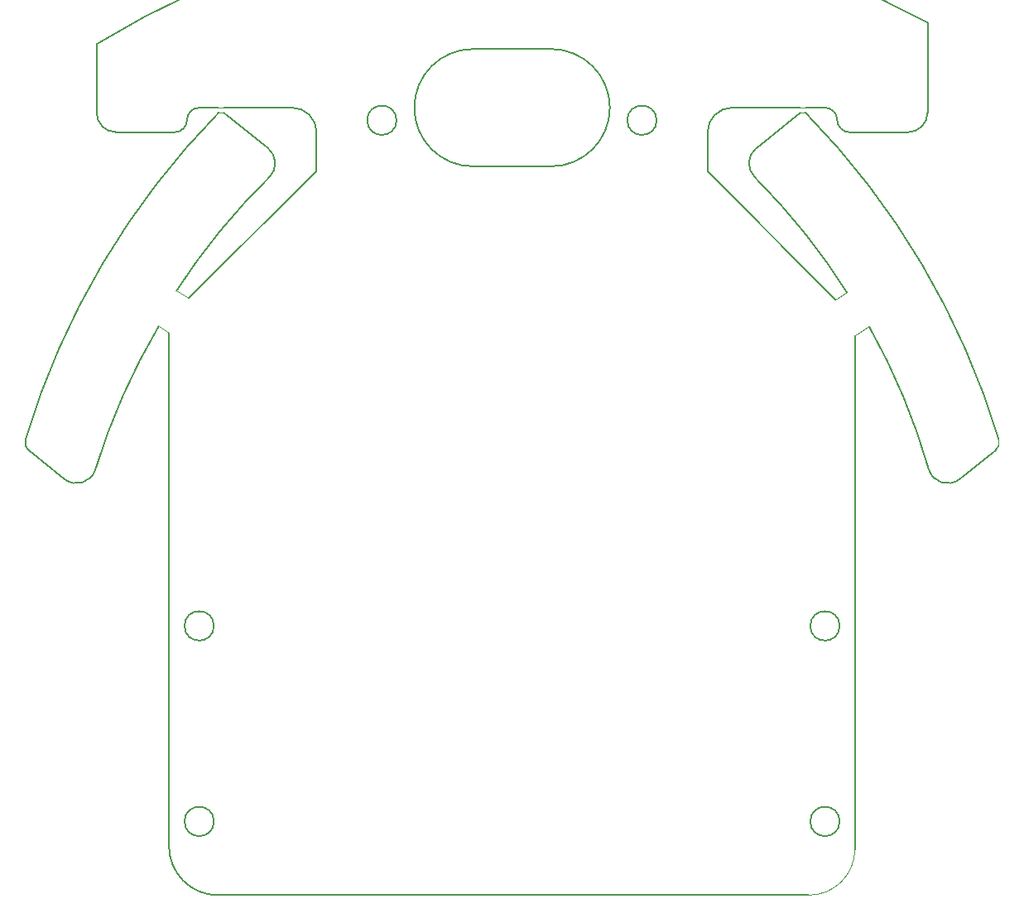
<source format=gm1>
%TF.GenerationSoftware,KiCad,Pcbnew,7.0.1*%
%TF.CreationDate,2023-05-16T11:07:41+09:00*%
%TF.ProjectId,trace,74726163-652e-46b6-9963-61645f706362,rev?*%
%TF.SameCoordinates,Original*%
%TF.FileFunction,Profile,NP*%
%FSLAX46Y46*%
G04 Gerber Fmt 4.6, Leading zero omitted, Abs format (unit mm)*
G04 Created by KiCad (PCBNEW 7.0.1) date 2023-05-16 11:07:41*
%MOMM*%
%LPD*%
G01*
G04 APERTURE LIST*
%TA.AperFunction,Profile*%
%ADD10C,0.100000*%
%TD*%
%TA.AperFunction,Profile*%
%ADD11C,0.200000*%
%TD*%
G04 APERTURE END LIST*
D10*
X164500000Y-149400000D02*
G75*
G03*
X169200000Y-144700000I0J4700000D01*
G01*
D11*
X99050051Y-144400000D02*
G75*
G03*
X104049095Y-149399095I4999039J-56D01*
G01*
X99637010Y-71354310D02*
G75*
G03*
X100887010Y-70104284I-10J1250010D01*
G01*
X122317566Y-70142500D02*
G75*
G03*
X122317566Y-70142500I-1500000J0D01*
G01*
X159111195Y-72981741D02*
G75*
G03*
X158962226Y-75970978I1250705J-1560659D01*
G01*
X99050000Y-91850000D02*
X99050000Y-144400000D01*
X176638168Y-69355171D02*
X176638168Y-60161876D01*
X164137039Y-68854534D02*
X166137039Y-68854284D01*
X91637016Y-69354024D02*
G75*
G03*
X93637010Y-71354284I1999984J-276D01*
G01*
X167387216Y-70104859D02*
G75*
G03*
X166137039Y-68854284I-1250016J559D01*
G01*
X102137010Y-68854310D02*
G75*
G03*
X100887010Y-70104284I-10J-1249990D01*
G01*
X103638010Y-141858284D02*
G75*
G03*
X103638010Y-141858284I-1500000J0D01*
G01*
X176638167Y-60161879D02*
G75*
G03*
X91637919Y-62356855I-40615957J-74061671D01*
G01*
X163637101Y-69354596D02*
X159111178Y-72981719D01*
X91637919Y-62356855D02*
X91637010Y-69354024D01*
X167638010Y-141858284D02*
G75*
G03*
X167638010Y-141858284I-1500000J0D01*
G01*
X84690204Y-103902304D02*
X88353845Y-106838385D01*
X168384262Y-87750735D02*
G75*
G03*
X158962225Y-75970979I-57457462J-36299365D01*
G01*
X183584010Y-103902311D02*
G75*
G03*
X183916538Y-102834867I-625310J780311D01*
G01*
X130137010Y-62854276D02*
G75*
G03*
X130137010Y-74854284I0J-6000004D01*
G01*
X168638639Y-71356584D02*
X174638639Y-71355171D01*
X130137010Y-74854284D02*
X138137010Y-74854284D01*
X179920365Y-106838385D02*
X183584005Y-103902304D01*
X84357639Y-102834857D02*
G75*
G03*
X84690205Y-103902303I958061J-287043D01*
G01*
X167387116Y-70104859D02*
G75*
G03*
X168638639Y-71356584I1251084J-641D01*
G01*
D10*
X169200000Y-92100000D02*
X170652147Y-91226894D01*
D11*
X176746860Y-105828168D02*
G75*
G03*
X179920365Y-106838384I1922740J550368D01*
G01*
D10*
X99800000Y-87600000D02*
X101100000Y-88300000D01*
D11*
X104049095Y-149399095D02*
X164500000Y-149399095D01*
X102137010Y-68854284D02*
X104137171Y-68854284D01*
D10*
X163637039Y-68854596D02*
X164137039Y-68854534D01*
D11*
X138137010Y-62854284D02*
X130137010Y-62854284D01*
D10*
X167184614Y-88468926D02*
X168384251Y-87750742D01*
D11*
X183916540Y-102834867D02*
G75*
G03*
X164137101Y-69354534I-77589990J-23255653D01*
G01*
X114137510Y-75356084D02*
X101100000Y-88300000D01*
X104637108Y-68854284D02*
X111637011Y-68854284D01*
X104137108Y-69354534D02*
G75*
G03*
X84357673Y-102834867I57810262J-56735806D01*
G01*
X174638639Y-71355168D02*
G75*
G03*
X176638168Y-69355171I-439J1999968D01*
G01*
X138137010Y-74854316D02*
G75*
G03*
X138137010Y-62854284I-10J6000016D01*
G01*
X103638010Y-121858284D02*
G75*
G03*
X103638010Y-121858284I-1500000J0D01*
G01*
X109163031Y-72981719D02*
X104637108Y-69354596D01*
X97989259Y-91223715D02*
G75*
G03*
X91527338Y-105828165I58523600J-34626300D01*
G01*
X114137010Y-71353971D02*
X114137510Y-75356084D01*
X148917500Y-70142500D02*
G75*
G03*
X148917500Y-70142500I-1500000J0D01*
G01*
X88353875Y-106838347D02*
G75*
G03*
X91527338Y-105828165I1250725J1560647D01*
G01*
D10*
X163637101Y-69354596D02*
X164137101Y-69354534D01*
D11*
X176746870Y-105828165D02*
G75*
G03*
X170652146Y-91226894I-65374670J-18715435D01*
G01*
X156636003Y-68855540D02*
G75*
G03*
X154140041Y-71349711I197J-2496160D01*
G01*
D10*
X104137108Y-69354534D02*
X104637108Y-69354596D01*
D11*
X167638010Y-121858284D02*
G75*
G03*
X167638010Y-121858284I-1500000J0D01*
G01*
X114137016Y-71353971D02*
G75*
G03*
X111637011Y-68854284I-2500016J-329D01*
G01*
X93637010Y-71354284D02*
X99637010Y-71354284D01*
X169200000Y-144700000D02*
X169200000Y-92100000D01*
X109305023Y-75963874D02*
G75*
G03*
X99800002Y-87600001I47595577J-48578826D01*
G01*
D10*
X104137171Y-68854284D02*
X104637108Y-68854284D01*
D11*
X167184614Y-88468926D02*
X154136774Y-75353694D01*
X109312001Y-75970997D02*
G75*
G03*
X109163031Y-72981719I-1399701J1428597D01*
G01*
D10*
X97989259Y-91223715D02*
X99050000Y-91850000D01*
D11*
X156636003Y-68855471D02*
X163637039Y-68854596D01*
X154136774Y-75353694D02*
X154140040Y-71349711D01*
M02*

</source>
